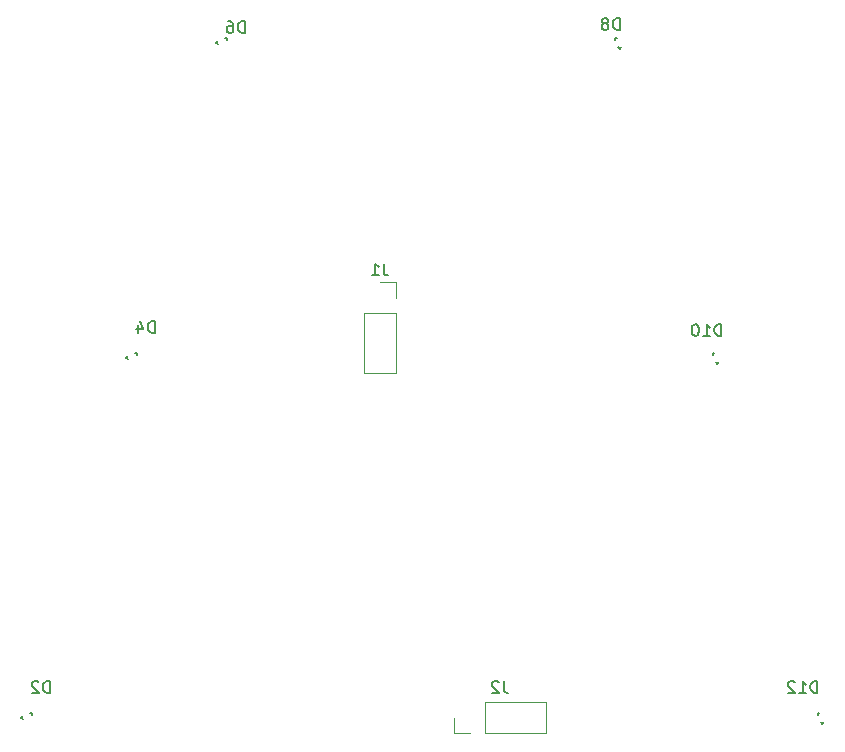
<source format=gbr>
G04 #@! TF.GenerationSoftware,KiCad,Pcbnew,(5.0.2)-1*
G04 #@! TF.CreationDate,2020-06-10T19:39:01-05:00*
G04 #@! TF.ProjectId,Top_Hardware,546f705f-4861-4726-9477-6172652e6b69,rev?*
G04 #@! TF.SameCoordinates,Original*
G04 #@! TF.FileFunction,Legend,Bot*
G04 #@! TF.FilePolarity,Positive*
%FSLAX46Y46*%
G04 Gerber Fmt 4.6, Leading zero omitted, Abs format (unit mm)*
G04 Created by KiCad (PCBNEW (5.0.2)-1) date 6/10/2020 7:39:01 PM*
%MOMM*%
%LPD*%
G01*
G04 APERTURE LIST*
%ADD10C,0.150000*%
%ADD11C,0.120000*%
G04 APERTURE END LIST*
D10*
G04 #@! TO.C,D2*
X108051600Y-124460000D02*
X108178600Y-124587000D01*
X108178600Y-124333000D02*
X108051600Y-124460000D01*
X108966000Y-124079000D02*
X108966000Y-124206000D01*
X108839000Y-124079000D02*
X108966000Y-124079000D01*
G04 #@! TO.C,D4*
X116941600Y-93980000D02*
X117068600Y-94107000D01*
X117068600Y-93853000D02*
X116941600Y-93980000D01*
X117856000Y-93599000D02*
X117856000Y-93726000D01*
X117729000Y-93599000D02*
X117856000Y-93599000D01*
G04 #@! TO.C,D6*
X124561600Y-67310000D02*
X124688600Y-67437000D01*
X124688600Y-67183000D02*
X124561600Y-67310000D01*
X125476000Y-66929000D02*
X125476000Y-67056000D01*
X125349000Y-66929000D02*
X125476000Y-66929000D01*
G04 #@! TO.C,D8*
X158750000Y-67843400D02*
X158877000Y-67716400D01*
X158623000Y-67716400D02*
X158750000Y-67843400D01*
X158369000Y-66929000D02*
X158496000Y-66929000D01*
X158369000Y-67056000D02*
X158369000Y-66929000D01*
G04 #@! TO.C,D10*
X167005000Y-94513400D02*
X167132000Y-94386400D01*
X166878000Y-94386400D02*
X167005000Y-94513400D01*
X166624000Y-93599000D02*
X166751000Y-93599000D01*
X166624000Y-93726000D02*
X166624000Y-93599000D01*
G04 #@! TO.C,D12*
X175895000Y-124993400D02*
X176022000Y-124866400D01*
X175768000Y-124866400D02*
X175895000Y-124993400D01*
X175514000Y-124079000D02*
X175641000Y-124079000D01*
X175514000Y-124206000D02*
X175514000Y-124079000D01*
D11*
G04 #@! TO.C,J1*
X139760000Y-95310000D02*
X137100000Y-95310000D01*
X139760000Y-90170000D02*
X139760000Y-95310000D01*
X137100000Y-90170000D02*
X137100000Y-95310000D01*
X139760000Y-90170000D02*
X137100000Y-90170000D01*
X139760000Y-88900000D02*
X139760000Y-87570000D01*
X139760000Y-87570000D02*
X138430000Y-87570000D01*
G04 #@! TO.C,J2*
X147320000Y-123130000D02*
X147320000Y-125790000D01*
X147320000Y-123130000D02*
X152460000Y-123130000D01*
X152460000Y-123130000D02*
X152460000Y-125790000D01*
X147320000Y-125790000D02*
X152460000Y-125790000D01*
X144720000Y-125790000D02*
X146050000Y-125790000D01*
X144720000Y-124460000D02*
X144720000Y-125790000D01*
G04 #@! TO.C,D2*
D10*
X110466095Y-122372380D02*
X110466095Y-121372380D01*
X110228000Y-121372380D01*
X110085142Y-121420000D01*
X109989904Y-121515238D01*
X109942285Y-121610476D01*
X109894666Y-121800952D01*
X109894666Y-121943809D01*
X109942285Y-122134285D01*
X109989904Y-122229523D01*
X110085142Y-122324761D01*
X110228000Y-122372380D01*
X110466095Y-122372380D01*
X109513714Y-121467619D02*
X109466095Y-121420000D01*
X109370857Y-121372380D01*
X109132761Y-121372380D01*
X109037523Y-121420000D01*
X108989904Y-121467619D01*
X108942285Y-121562857D01*
X108942285Y-121658095D01*
X108989904Y-121800952D01*
X109561333Y-122372380D01*
X108942285Y-122372380D01*
G04 #@! TO.C,D4*
X119356095Y-91892380D02*
X119356095Y-90892380D01*
X119118000Y-90892380D01*
X118975142Y-90940000D01*
X118879904Y-91035238D01*
X118832285Y-91130476D01*
X118784666Y-91320952D01*
X118784666Y-91463809D01*
X118832285Y-91654285D01*
X118879904Y-91749523D01*
X118975142Y-91844761D01*
X119118000Y-91892380D01*
X119356095Y-91892380D01*
X117927523Y-91225714D02*
X117927523Y-91892380D01*
X118165619Y-90844761D02*
X118403714Y-91559047D01*
X117784666Y-91559047D01*
G04 #@! TO.C,D6*
X126976095Y-66492380D02*
X126976095Y-65492380D01*
X126738000Y-65492380D01*
X126595142Y-65540000D01*
X126499904Y-65635238D01*
X126452285Y-65730476D01*
X126404666Y-65920952D01*
X126404666Y-66063809D01*
X126452285Y-66254285D01*
X126499904Y-66349523D01*
X126595142Y-66444761D01*
X126738000Y-66492380D01*
X126976095Y-66492380D01*
X125547523Y-65492380D02*
X125738000Y-65492380D01*
X125833238Y-65540000D01*
X125880857Y-65587619D01*
X125976095Y-65730476D01*
X126023714Y-65920952D01*
X126023714Y-66301904D01*
X125976095Y-66397142D01*
X125928476Y-66444761D01*
X125833238Y-66492380D01*
X125642761Y-66492380D01*
X125547523Y-66444761D01*
X125499904Y-66397142D01*
X125452285Y-66301904D01*
X125452285Y-66063809D01*
X125499904Y-65968571D01*
X125547523Y-65920952D01*
X125642761Y-65873333D01*
X125833238Y-65873333D01*
X125928476Y-65920952D01*
X125976095Y-65968571D01*
X126023714Y-66063809D01*
G04 #@! TO.C,D8*
X158726095Y-66238380D02*
X158726095Y-65238380D01*
X158488000Y-65238380D01*
X158345142Y-65286000D01*
X158249904Y-65381238D01*
X158202285Y-65476476D01*
X158154666Y-65666952D01*
X158154666Y-65809809D01*
X158202285Y-66000285D01*
X158249904Y-66095523D01*
X158345142Y-66190761D01*
X158488000Y-66238380D01*
X158726095Y-66238380D01*
X157583238Y-65666952D02*
X157678476Y-65619333D01*
X157726095Y-65571714D01*
X157773714Y-65476476D01*
X157773714Y-65428857D01*
X157726095Y-65333619D01*
X157678476Y-65286000D01*
X157583238Y-65238380D01*
X157392761Y-65238380D01*
X157297523Y-65286000D01*
X157249904Y-65333619D01*
X157202285Y-65428857D01*
X157202285Y-65476476D01*
X157249904Y-65571714D01*
X157297523Y-65619333D01*
X157392761Y-65666952D01*
X157583238Y-65666952D01*
X157678476Y-65714571D01*
X157726095Y-65762190D01*
X157773714Y-65857428D01*
X157773714Y-66047904D01*
X157726095Y-66143142D01*
X157678476Y-66190761D01*
X157583238Y-66238380D01*
X157392761Y-66238380D01*
X157297523Y-66190761D01*
X157249904Y-66143142D01*
X157202285Y-66047904D01*
X157202285Y-65857428D01*
X157249904Y-65762190D01*
X157297523Y-65714571D01*
X157392761Y-65666952D01*
G04 #@! TO.C,D10*
X167330285Y-92146380D02*
X167330285Y-91146380D01*
X167092190Y-91146380D01*
X166949333Y-91194000D01*
X166854095Y-91289238D01*
X166806476Y-91384476D01*
X166758857Y-91574952D01*
X166758857Y-91717809D01*
X166806476Y-91908285D01*
X166854095Y-92003523D01*
X166949333Y-92098761D01*
X167092190Y-92146380D01*
X167330285Y-92146380D01*
X165806476Y-92146380D02*
X166377904Y-92146380D01*
X166092190Y-92146380D02*
X166092190Y-91146380D01*
X166187428Y-91289238D01*
X166282666Y-91384476D01*
X166377904Y-91432095D01*
X165187428Y-91146380D02*
X165092190Y-91146380D01*
X164996952Y-91194000D01*
X164949333Y-91241619D01*
X164901714Y-91336857D01*
X164854095Y-91527333D01*
X164854095Y-91765428D01*
X164901714Y-91955904D01*
X164949333Y-92051142D01*
X164996952Y-92098761D01*
X165092190Y-92146380D01*
X165187428Y-92146380D01*
X165282666Y-92098761D01*
X165330285Y-92051142D01*
X165377904Y-91955904D01*
X165425523Y-91765428D01*
X165425523Y-91527333D01*
X165377904Y-91336857D01*
X165330285Y-91241619D01*
X165282666Y-91194000D01*
X165187428Y-91146380D01*
G04 #@! TO.C,D12*
X175458285Y-122372380D02*
X175458285Y-121372380D01*
X175220190Y-121372380D01*
X175077333Y-121420000D01*
X174982095Y-121515238D01*
X174934476Y-121610476D01*
X174886857Y-121800952D01*
X174886857Y-121943809D01*
X174934476Y-122134285D01*
X174982095Y-122229523D01*
X175077333Y-122324761D01*
X175220190Y-122372380D01*
X175458285Y-122372380D01*
X173934476Y-122372380D02*
X174505904Y-122372380D01*
X174220190Y-122372380D02*
X174220190Y-121372380D01*
X174315428Y-121515238D01*
X174410666Y-121610476D01*
X174505904Y-121658095D01*
X173553523Y-121467619D02*
X173505904Y-121420000D01*
X173410666Y-121372380D01*
X173172571Y-121372380D01*
X173077333Y-121420000D01*
X173029714Y-121467619D01*
X172982095Y-121562857D01*
X172982095Y-121658095D01*
X173029714Y-121800952D01*
X173601142Y-122372380D01*
X172982095Y-122372380D01*
G04 #@! TO.C,J1*
X138763333Y-86022380D02*
X138763333Y-86736666D01*
X138810952Y-86879523D01*
X138906190Y-86974761D01*
X139049047Y-87022380D01*
X139144285Y-87022380D01*
X137763333Y-87022380D02*
X138334761Y-87022380D01*
X138049047Y-87022380D02*
X138049047Y-86022380D01*
X138144285Y-86165238D01*
X138239523Y-86260476D01*
X138334761Y-86308095D01*
G04 #@! TO.C,J2*
X148923333Y-121372380D02*
X148923333Y-122086666D01*
X148970952Y-122229523D01*
X149066190Y-122324761D01*
X149209047Y-122372380D01*
X149304285Y-122372380D01*
X148494761Y-121467619D02*
X148447142Y-121420000D01*
X148351904Y-121372380D01*
X148113809Y-121372380D01*
X148018571Y-121420000D01*
X147970952Y-121467619D01*
X147923333Y-121562857D01*
X147923333Y-121658095D01*
X147970952Y-121800952D01*
X148542380Y-122372380D01*
X147923333Y-122372380D01*
G04 #@! TD*
M02*

</source>
